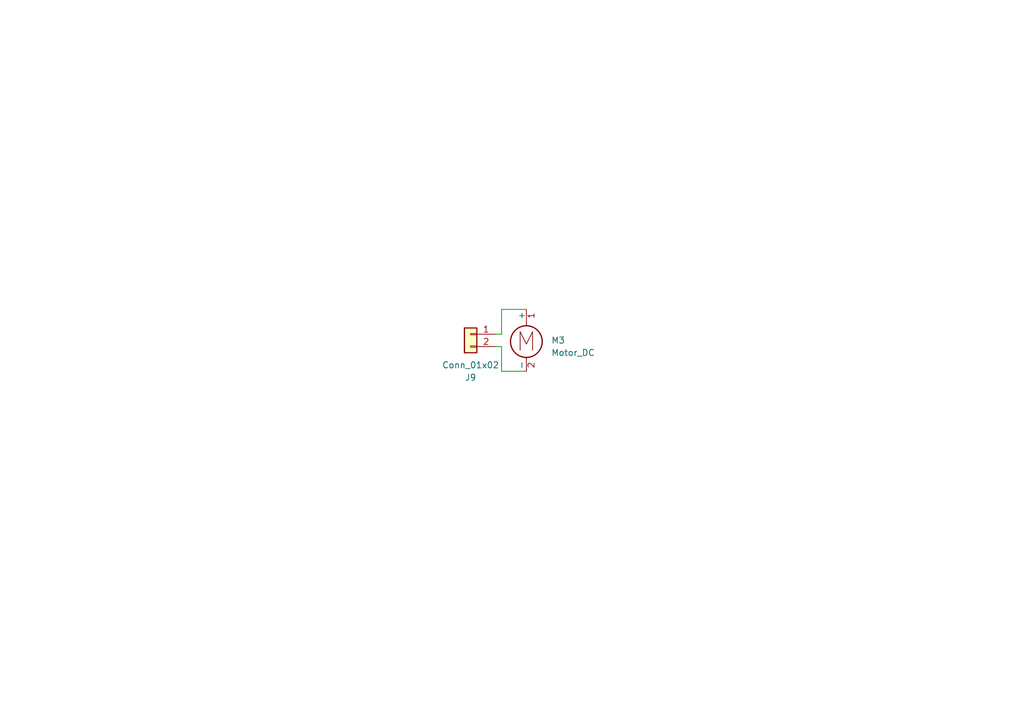
<source format=kicad_sch>
(kicad_sch (version 20250114) (generator "eeschema") (generator_version "9.0")
  (paper "A5")
  (lib_symbols
    (symbol "Connector_Generic:Conn_01x02" (pin_names (offset 1.016) (hide yes))
      (property "Reference" "J" (at 0 2.54 0))
      (property "Value" "Conn_01x02" (at 0 -5.08 0))
      (symbol "Conn_01x02_1_1"
        (rectangle (start -1.27 1.27) (end 1.27 -3.81) (stroke (width 0.254)) (fill (type background)))
        (rectangle (start -1.27 0.127) (end 0 -0.127) (stroke (width 0.1524)))
        (rectangle (start -1.27 -2.413) (end 0 -2.667) (stroke (width 0.1524)))
        (pin passive line (at -5.08 0 0) (length 3.81) (name "Pin_1") (number "1"))
        (pin passive line (at -5.08 -2.54 0) (length 3.81) (name "Pin_2") (number "2"))
      )
    )
    (symbol "Motor:Motor_DC" (pin_names (offset 0))
      (property "Reference" "M" (at 2.54 2.54 0))
      (property "Value" "Motor_DC" (at 2.54 -5.08 0))
      (symbol "Motor_DC_0_0"
        (polyline (pts (xy -1.27 -3.302) (xy -1.27 0.508) (xy 0 -2.032) (xy 1.27 0.508) (xy 1.27 -3.302)))
      )
      (symbol "Motor_DC_0_1"
        (polyline (pts (xy 0 2.032) (xy 0 2.54)))
        (polyline (pts (xy 0 1.7272) (xy 0 2.0828)))
        (circle (center 0 -1.524) (radius 3.2512) (stroke (width 0.254)))
        (polyline (pts (xy 0 -4.7752) (xy 0 -5.1816)))
        (polyline (pts (xy 0 -7.62) (xy 0 -7.112)))
      )
      (symbol "Motor_DC_1_1"
        (pin passive line (at 0 5.08 270) (length 2.54) (name "+") (number "1"))
        (pin passive line (at 0 -7.62 90) (length 2.54) (name "-") (number "2"))
      )
    )
  )
  (wire (pts (xy 102.87 63.5) (xy 102.87 68.58)))
  (wire (pts (xy 107.95 63.5) (xy 102.87 63.5)))
  (wire (pts (xy 102.87 68.58) (xy 101.6 68.58)))
  (wire (pts (xy 107.95 76.2) (xy 102.87 76.2)))
  (wire (pts (xy 102.87 71.12) (xy 101.6 71.12)))
  (wire (pts (xy 102.87 76.2) (xy 102.87 71.12)))
  (symbol (lib_id "Connector_Generic:Conn_01x02") (at 96.52 68.58 0) (mirror y) (unit 1)
    (property "Reference" "J8" (at 96.52 77.47 0))
    (property "Value" "Conn_01x02" (at 96.52 74.93 0))
    (property "Description" "Generic connector, single row, 01x02, script generated (kicad-library-utils/schlib/autogen/connector/)" (effects (hide yes)))
    (instances (project "robo-roach-v1.0" (path "" (reference "J9") (unit 1)) (path "" (reference "J8") (unit 1))))
  )
  (symbol (lib_id "Motor:Motor_DC") (at 107.95 68.58 0) (unit 1)
    (property "Reference" "M2" (at 113.03 69.8499 0) (effects (justify left)))
    (property "Value" "Motor_DC" (at 113.03 72.3899 0) (effects (justify left)))
    (property "Description" "DC Motor" (effects (hide yes)))
    (instances (project "robo-roach-v1.0" (path "" (reference "M3") (unit 1)) (path "" (reference "M2") (unit 1))))
  )
)
</source>
